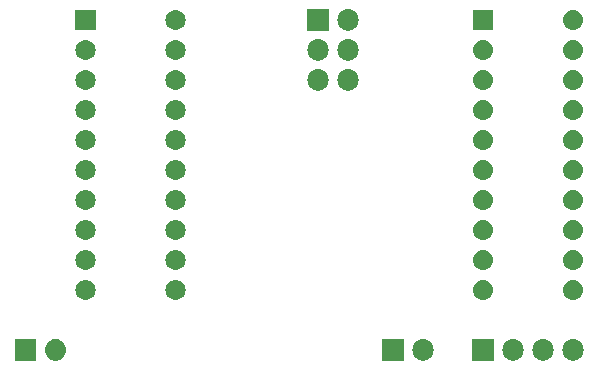
<source format=gbs>
G04 #@! TF.GenerationSoftware,KiCad,Pcbnew,5.1.4*
G04 #@! TF.CreationDate,2019-11-10T20:11:31+01:00*
G04 #@! TF.ProjectId,AsyncDRAM,4173796e-6344-4524-914d-2e6b69636164,rev?*
G04 #@! TF.SameCoordinates,Original*
G04 #@! TF.FileFunction,Soldermask,Bot*
G04 #@! TF.FilePolarity,Negative*
%FSLAX46Y46*%
G04 Gerber Fmt 4.6, Leading zero omitted, Abs format (unit mm)*
G04 Created by KiCad (PCBNEW 5.1.4) date 2019-11-10 20:11:31*
%MOMM*%
%LPD*%
G04 APERTURE LIST*
%ADD10C,0.100000*%
G04 APERTURE END LIST*
D10*
G36*
X49796000Y-193941000D02*
G01*
X47994000Y-193941000D01*
X47994000Y-192139000D01*
X49796000Y-192139000D01*
X49796000Y-193941000D01*
X49796000Y-193941000D01*
G37*
G36*
X51545443Y-192145519D02*
G01*
X51611627Y-192152037D01*
X51781466Y-192203557D01*
X51937991Y-192287222D01*
X51973729Y-192316552D01*
X52075186Y-192399814D01*
X52158448Y-192501271D01*
X52187778Y-192537009D01*
X52271443Y-192693534D01*
X52322963Y-192863373D01*
X52340359Y-193040000D01*
X52322963Y-193216627D01*
X52271443Y-193386466D01*
X52187778Y-193542991D01*
X52158448Y-193578729D01*
X52075186Y-193680186D01*
X51973729Y-193763448D01*
X51937991Y-193792778D01*
X51781466Y-193876443D01*
X51611627Y-193927963D01*
X51545443Y-193934481D01*
X51479260Y-193941000D01*
X51390740Y-193941000D01*
X51324557Y-193934481D01*
X51258373Y-193927963D01*
X51088534Y-193876443D01*
X50932009Y-193792778D01*
X50896271Y-193763448D01*
X50794814Y-193680186D01*
X50711552Y-193578729D01*
X50682222Y-193542991D01*
X50598557Y-193386466D01*
X50547037Y-193216627D01*
X50529641Y-193040000D01*
X50547037Y-192863373D01*
X50598557Y-192693534D01*
X50682222Y-192537009D01*
X50711552Y-192501271D01*
X50794814Y-192399814D01*
X50896271Y-192316552D01*
X50932009Y-192287222D01*
X51088534Y-192203557D01*
X51258373Y-192152037D01*
X51324557Y-192145519D01*
X51390740Y-192139000D01*
X51479260Y-192139000D01*
X51545443Y-192145519D01*
X51545443Y-192145519D01*
G37*
G36*
X57416000Y-193941000D02*
G01*
X55614000Y-193941000D01*
X55614000Y-192139000D01*
X57416000Y-192139000D01*
X57416000Y-193941000D01*
X57416000Y-193941000D01*
G37*
G36*
X59165443Y-192145519D02*
G01*
X59231627Y-192152037D01*
X59401466Y-192203557D01*
X59557991Y-192287222D01*
X59593729Y-192316552D01*
X59695186Y-192399814D01*
X59778448Y-192501271D01*
X59807778Y-192537009D01*
X59891443Y-192693534D01*
X59942963Y-192863373D01*
X59960359Y-193040000D01*
X59942963Y-193216627D01*
X59891443Y-193386466D01*
X59807778Y-193542991D01*
X59778448Y-193578729D01*
X59695186Y-193680186D01*
X59593729Y-193763448D01*
X59557991Y-193792778D01*
X59401466Y-193876443D01*
X59231627Y-193927963D01*
X59165443Y-193934481D01*
X59099260Y-193941000D01*
X59010740Y-193941000D01*
X58944557Y-193934481D01*
X58878373Y-193927963D01*
X58708534Y-193876443D01*
X58552009Y-193792778D01*
X58516271Y-193763448D01*
X58414814Y-193680186D01*
X58331552Y-193578729D01*
X58302222Y-193542991D01*
X58218557Y-193386466D01*
X58167037Y-193216627D01*
X58149641Y-193040000D01*
X58167037Y-192863373D01*
X58218557Y-192693534D01*
X58302222Y-192537009D01*
X58331552Y-192501271D01*
X58414814Y-192399814D01*
X58516271Y-192316552D01*
X58552009Y-192287222D01*
X58708534Y-192203557D01*
X58878373Y-192152037D01*
X58944557Y-192145519D01*
X59010740Y-192139000D01*
X59099260Y-192139000D01*
X59165443Y-192145519D01*
X59165443Y-192145519D01*
G37*
G36*
X64245443Y-192145519D02*
G01*
X64311627Y-192152037D01*
X64481466Y-192203557D01*
X64637991Y-192287222D01*
X64673729Y-192316552D01*
X64775186Y-192399814D01*
X64858448Y-192501271D01*
X64887778Y-192537009D01*
X64971443Y-192693534D01*
X65022963Y-192863373D01*
X65040359Y-193040000D01*
X65022963Y-193216627D01*
X64971443Y-193386466D01*
X64887778Y-193542991D01*
X64858448Y-193578729D01*
X64775186Y-193680186D01*
X64673729Y-193763448D01*
X64637991Y-193792778D01*
X64481466Y-193876443D01*
X64311627Y-193927963D01*
X64245443Y-193934481D01*
X64179260Y-193941000D01*
X64090740Y-193941000D01*
X64024557Y-193934481D01*
X63958373Y-193927963D01*
X63788534Y-193876443D01*
X63632009Y-193792778D01*
X63596271Y-193763448D01*
X63494814Y-193680186D01*
X63411552Y-193578729D01*
X63382222Y-193542991D01*
X63298557Y-193386466D01*
X63247037Y-193216627D01*
X63229641Y-193040000D01*
X63247037Y-192863373D01*
X63298557Y-192693534D01*
X63382222Y-192537009D01*
X63411552Y-192501271D01*
X63494814Y-192399814D01*
X63596271Y-192316552D01*
X63632009Y-192287222D01*
X63788534Y-192203557D01*
X63958373Y-192152037D01*
X64024557Y-192145519D01*
X64090740Y-192139000D01*
X64179260Y-192139000D01*
X64245443Y-192145519D01*
X64245443Y-192145519D01*
G37*
G36*
X18681000Y-193941000D02*
G01*
X16879000Y-193941000D01*
X16879000Y-192139000D01*
X18681000Y-192139000D01*
X18681000Y-193941000D01*
X18681000Y-193941000D01*
G37*
G36*
X20430443Y-192145519D02*
G01*
X20496627Y-192152037D01*
X20666466Y-192203557D01*
X20822991Y-192287222D01*
X20858729Y-192316552D01*
X20960186Y-192399814D01*
X21043448Y-192501271D01*
X21072778Y-192537009D01*
X21156443Y-192693534D01*
X21207963Y-192863373D01*
X21225359Y-193040000D01*
X21207963Y-193216627D01*
X21156443Y-193386466D01*
X21072778Y-193542991D01*
X21043448Y-193578729D01*
X20960186Y-193680186D01*
X20858729Y-193763448D01*
X20822991Y-193792778D01*
X20666466Y-193876443D01*
X20496627Y-193927963D01*
X20430443Y-193934481D01*
X20364260Y-193941000D01*
X20275740Y-193941000D01*
X20209557Y-193934481D01*
X20143373Y-193927963D01*
X19973534Y-193876443D01*
X19817009Y-193792778D01*
X19781271Y-193763448D01*
X19679814Y-193680186D01*
X19596552Y-193578729D01*
X19567222Y-193542991D01*
X19483557Y-193386466D01*
X19432037Y-193216627D01*
X19414641Y-193040000D01*
X19432037Y-192863373D01*
X19483557Y-192693534D01*
X19567222Y-192537009D01*
X19596552Y-192501271D01*
X19679814Y-192399814D01*
X19781271Y-192316552D01*
X19817009Y-192287222D01*
X19973534Y-192203557D01*
X20143373Y-192152037D01*
X20209557Y-192145519D01*
X20275740Y-192139000D01*
X20364260Y-192139000D01*
X20430443Y-192145519D01*
X20430443Y-192145519D01*
G37*
G36*
X61705443Y-192145519D02*
G01*
X61771627Y-192152037D01*
X61941466Y-192203557D01*
X62097991Y-192287222D01*
X62133729Y-192316552D01*
X62235186Y-192399814D01*
X62318448Y-192501271D01*
X62347778Y-192537009D01*
X62431443Y-192693534D01*
X62482963Y-192863373D01*
X62500359Y-193040000D01*
X62482963Y-193216627D01*
X62431443Y-193386466D01*
X62347778Y-193542991D01*
X62318448Y-193578729D01*
X62235186Y-193680186D01*
X62133729Y-193763448D01*
X62097991Y-193792778D01*
X61941466Y-193876443D01*
X61771627Y-193927963D01*
X61705443Y-193934481D01*
X61639260Y-193941000D01*
X61550740Y-193941000D01*
X61484557Y-193934481D01*
X61418373Y-193927963D01*
X61248534Y-193876443D01*
X61092009Y-193792778D01*
X61056271Y-193763448D01*
X60954814Y-193680186D01*
X60871552Y-193578729D01*
X60842222Y-193542991D01*
X60758557Y-193386466D01*
X60707037Y-193216627D01*
X60689641Y-193040000D01*
X60707037Y-192863373D01*
X60758557Y-192693534D01*
X60842222Y-192537009D01*
X60871552Y-192501271D01*
X60954814Y-192399814D01*
X61056271Y-192316552D01*
X61092009Y-192287222D01*
X61248534Y-192203557D01*
X61418373Y-192152037D01*
X61484557Y-192145519D01*
X61550740Y-192139000D01*
X61639260Y-192139000D01*
X61705443Y-192145519D01*
X61705443Y-192145519D01*
G37*
G36*
X23026823Y-187121313D02*
G01*
X23187242Y-187169976D01*
X23319906Y-187240886D01*
X23335078Y-187248996D01*
X23464659Y-187355341D01*
X23571004Y-187484922D01*
X23571005Y-187484924D01*
X23650024Y-187632758D01*
X23698687Y-187793177D01*
X23715117Y-187960000D01*
X23698687Y-188126823D01*
X23650024Y-188287242D01*
X23579114Y-188419906D01*
X23571004Y-188435078D01*
X23464659Y-188564659D01*
X23335078Y-188671004D01*
X23335076Y-188671005D01*
X23187242Y-188750024D01*
X23026823Y-188798687D01*
X22901804Y-188811000D01*
X22818196Y-188811000D01*
X22693177Y-188798687D01*
X22532758Y-188750024D01*
X22384924Y-188671005D01*
X22384922Y-188671004D01*
X22255341Y-188564659D01*
X22148996Y-188435078D01*
X22140886Y-188419906D01*
X22069976Y-188287242D01*
X22021313Y-188126823D01*
X22004883Y-187960000D01*
X22021313Y-187793177D01*
X22069976Y-187632758D01*
X22148995Y-187484924D01*
X22148996Y-187484922D01*
X22255341Y-187355341D01*
X22384922Y-187248996D01*
X22400094Y-187240886D01*
X22532758Y-187169976D01*
X22693177Y-187121313D01*
X22818196Y-187109000D01*
X22901804Y-187109000D01*
X23026823Y-187121313D01*
X23026823Y-187121313D01*
G37*
G36*
X56681823Y-187121313D02*
G01*
X56842242Y-187169976D01*
X56974906Y-187240886D01*
X56990078Y-187248996D01*
X57119659Y-187355341D01*
X57226004Y-187484922D01*
X57226005Y-187484924D01*
X57305024Y-187632758D01*
X57353687Y-187793177D01*
X57370117Y-187960000D01*
X57353687Y-188126823D01*
X57305024Y-188287242D01*
X57234114Y-188419906D01*
X57226004Y-188435078D01*
X57119659Y-188564659D01*
X56990078Y-188671004D01*
X56990076Y-188671005D01*
X56842242Y-188750024D01*
X56681823Y-188798687D01*
X56556804Y-188811000D01*
X56473196Y-188811000D01*
X56348177Y-188798687D01*
X56187758Y-188750024D01*
X56039924Y-188671005D01*
X56039922Y-188671004D01*
X55910341Y-188564659D01*
X55803996Y-188435078D01*
X55795886Y-188419906D01*
X55724976Y-188287242D01*
X55676313Y-188126823D01*
X55659883Y-187960000D01*
X55676313Y-187793177D01*
X55724976Y-187632758D01*
X55803995Y-187484924D01*
X55803996Y-187484922D01*
X55910341Y-187355341D01*
X56039922Y-187248996D01*
X56055094Y-187240886D01*
X56187758Y-187169976D01*
X56348177Y-187121313D01*
X56473196Y-187109000D01*
X56556804Y-187109000D01*
X56681823Y-187121313D01*
X56681823Y-187121313D01*
G37*
G36*
X64301823Y-187121313D02*
G01*
X64462242Y-187169976D01*
X64594906Y-187240886D01*
X64610078Y-187248996D01*
X64739659Y-187355341D01*
X64846004Y-187484922D01*
X64846005Y-187484924D01*
X64925024Y-187632758D01*
X64973687Y-187793177D01*
X64990117Y-187960000D01*
X64973687Y-188126823D01*
X64925024Y-188287242D01*
X64854114Y-188419906D01*
X64846004Y-188435078D01*
X64739659Y-188564659D01*
X64610078Y-188671004D01*
X64610076Y-188671005D01*
X64462242Y-188750024D01*
X64301823Y-188798687D01*
X64176804Y-188811000D01*
X64093196Y-188811000D01*
X63968177Y-188798687D01*
X63807758Y-188750024D01*
X63659924Y-188671005D01*
X63659922Y-188671004D01*
X63530341Y-188564659D01*
X63423996Y-188435078D01*
X63415886Y-188419906D01*
X63344976Y-188287242D01*
X63296313Y-188126823D01*
X63279883Y-187960000D01*
X63296313Y-187793177D01*
X63344976Y-187632758D01*
X63423995Y-187484924D01*
X63423996Y-187484922D01*
X63530341Y-187355341D01*
X63659922Y-187248996D01*
X63675094Y-187240886D01*
X63807758Y-187169976D01*
X63968177Y-187121313D01*
X64093196Y-187109000D01*
X64176804Y-187109000D01*
X64301823Y-187121313D01*
X64301823Y-187121313D01*
G37*
G36*
X30646823Y-187121313D02*
G01*
X30807242Y-187169976D01*
X30939906Y-187240886D01*
X30955078Y-187248996D01*
X31084659Y-187355341D01*
X31191004Y-187484922D01*
X31191005Y-187484924D01*
X31270024Y-187632758D01*
X31318687Y-187793177D01*
X31335117Y-187960000D01*
X31318687Y-188126823D01*
X31270024Y-188287242D01*
X31199114Y-188419906D01*
X31191004Y-188435078D01*
X31084659Y-188564659D01*
X30955078Y-188671004D01*
X30955076Y-188671005D01*
X30807242Y-188750024D01*
X30646823Y-188798687D01*
X30521804Y-188811000D01*
X30438196Y-188811000D01*
X30313177Y-188798687D01*
X30152758Y-188750024D01*
X30004924Y-188671005D01*
X30004922Y-188671004D01*
X29875341Y-188564659D01*
X29768996Y-188435078D01*
X29760886Y-188419906D01*
X29689976Y-188287242D01*
X29641313Y-188126823D01*
X29624883Y-187960000D01*
X29641313Y-187793177D01*
X29689976Y-187632758D01*
X29768995Y-187484924D01*
X29768996Y-187484922D01*
X29875341Y-187355341D01*
X30004922Y-187248996D01*
X30020094Y-187240886D01*
X30152758Y-187169976D01*
X30313177Y-187121313D01*
X30438196Y-187109000D01*
X30521804Y-187109000D01*
X30646823Y-187121313D01*
X30646823Y-187121313D01*
G37*
G36*
X23026823Y-184581313D02*
G01*
X23187242Y-184629976D01*
X23319906Y-184700886D01*
X23335078Y-184708996D01*
X23464659Y-184815341D01*
X23571004Y-184944922D01*
X23571005Y-184944924D01*
X23650024Y-185092758D01*
X23698687Y-185253177D01*
X23715117Y-185420000D01*
X23698687Y-185586823D01*
X23650024Y-185747242D01*
X23579114Y-185879906D01*
X23571004Y-185895078D01*
X23464659Y-186024659D01*
X23335078Y-186131004D01*
X23335076Y-186131005D01*
X23187242Y-186210024D01*
X23026823Y-186258687D01*
X22901804Y-186271000D01*
X22818196Y-186271000D01*
X22693177Y-186258687D01*
X22532758Y-186210024D01*
X22384924Y-186131005D01*
X22384922Y-186131004D01*
X22255341Y-186024659D01*
X22148996Y-185895078D01*
X22140886Y-185879906D01*
X22069976Y-185747242D01*
X22021313Y-185586823D01*
X22004883Y-185420000D01*
X22021313Y-185253177D01*
X22069976Y-185092758D01*
X22148995Y-184944924D01*
X22148996Y-184944922D01*
X22255341Y-184815341D01*
X22384922Y-184708996D01*
X22400094Y-184700886D01*
X22532758Y-184629976D01*
X22693177Y-184581313D01*
X22818196Y-184569000D01*
X22901804Y-184569000D01*
X23026823Y-184581313D01*
X23026823Y-184581313D01*
G37*
G36*
X56681823Y-184581313D02*
G01*
X56842242Y-184629976D01*
X56974906Y-184700886D01*
X56990078Y-184708996D01*
X57119659Y-184815341D01*
X57226004Y-184944922D01*
X57226005Y-184944924D01*
X57305024Y-185092758D01*
X57353687Y-185253177D01*
X57370117Y-185420000D01*
X57353687Y-185586823D01*
X57305024Y-185747242D01*
X57234114Y-185879906D01*
X57226004Y-185895078D01*
X57119659Y-186024659D01*
X56990078Y-186131004D01*
X56990076Y-186131005D01*
X56842242Y-186210024D01*
X56681823Y-186258687D01*
X56556804Y-186271000D01*
X56473196Y-186271000D01*
X56348177Y-186258687D01*
X56187758Y-186210024D01*
X56039924Y-186131005D01*
X56039922Y-186131004D01*
X55910341Y-186024659D01*
X55803996Y-185895078D01*
X55795886Y-185879906D01*
X55724976Y-185747242D01*
X55676313Y-185586823D01*
X55659883Y-185420000D01*
X55676313Y-185253177D01*
X55724976Y-185092758D01*
X55803995Y-184944924D01*
X55803996Y-184944922D01*
X55910341Y-184815341D01*
X56039922Y-184708996D01*
X56055094Y-184700886D01*
X56187758Y-184629976D01*
X56348177Y-184581313D01*
X56473196Y-184569000D01*
X56556804Y-184569000D01*
X56681823Y-184581313D01*
X56681823Y-184581313D01*
G37*
G36*
X30646823Y-184581313D02*
G01*
X30807242Y-184629976D01*
X30939906Y-184700886D01*
X30955078Y-184708996D01*
X31084659Y-184815341D01*
X31191004Y-184944922D01*
X31191005Y-184944924D01*
X31270024Y-185092758D01*
X31318687Y-185253177D01*
X31335117Y-185420000D01*
X31318687Y-185586823D01*
X31270024Y-185747242D01*
X31199114Y-185879906D01*
X31191004Y-185895078D01*
X31084659Y-186024659D01*
X30955078Y-186131004D01*
X30955076Y-186131005D01*
X30807242Y-186210024D01*
X30646823Y-186258687D01*
X30521804Y-186271000D01*
X30438196Y-186271000D01*
X30313177Y-186258687D01*
X30152758Y-186210024D01*
X30004924Y-186131005D01*
X30004922Y-186131004D01*
X29875341Y-186024659D01*
X29768996Y-185895078D01*
X29760886Y-185879906D01*
X29689976Y-185747242D01*
X29641313Y-185586823D01*
X29624883Y-185420000D01*
X29641313Y-185253177D01*
X29689976Y-185092758D01*
X29768995Y-184944924D01*
X29768996Y-184944922D01*
X29875341Y-184815341D01*
X30004922Y-184708996D01*
X30020094Y-184700886D01*
X30152758Y-184629976D01*
X30313177Y-184581313D01*
X30438196Y-184569000D01*
X30521804Y-184569000D01*
X30646823Y-184581313D01*
X30646823Y-184581313D01*
G37*
G36*
X64301823Y-184581313D02*
G01*
X64462242Y-184629976D01*
X64594906Y-184700886D01*
X64610078Y-184708996D01*
X64739659Y-184815341D01*
X64846004Y-184944922D01*
X64846005Y-184944924D01*
X64925024Y-185092758D01*
X64973687Y-185253177D01*
X64990117Y-185420000D01*
X64973687Y-185586823D01*
X64925024Y-185747242D01*
X64854114Y-185879906D01*
X64846004Y-185895078D01*
X64739659Y-186024659D01*
X64610078Y-186131004D01*
X64610076Y-186131005D01*
X64462242Y-186210024D01*
X64301823Y-186258687D01*
X64176804Y-186271000D01*
X64093196Y-186271000D01*
X63968177Y-186258687D01*
X63807758Y-186210024D01*
X63659924Y-186131005D01*
X63659922Y-186131004D01*
X63530341Y-186024659D01*
X63423996Y-185895078D01*
X63415886Y-185879906D01*
X63344976Y-185747242D01*
X63296313Y-185586823D01*
X63279883Y-185420000D01*
X63296313Y-185253177D01*
X63344976Y-185092758D01*
X63423995Y-184944924D01*
X63423996Y-184944922D01*
X63530341Y-184815341D01*
X63659922Y-184708996D01*
X63675094Y-184700886D01*
X63807758Y-184629976D01*
X63968177Y-184581313D01*
X64093196Y-184569000D01*
X64176804Y-184569000D01*
X64301823Y-184581313D01*
X64301823Y-184581313D01*
G37*
G36*
X30646823Y-182041313D02*
G01*
X30807242Y-182089976D01*
X30939906Y-182160886D01*
X30955078Y-182168996D01*
X31084659Y-182275341D01*
X31191004Y-182404922D01*
X31191005Y-182404924D01*
X31270024Y-182552758D01*
X31318687Y-182713177D01*
X31335117Y-182880000D01*
X31318687Y-183046823D01*
X31270024Y-183207242D01*
X31199114Y-183339906D01*
X31191004Y-183355078D01*
X31084659Y-183484659D01*
X30955078Y-183591004D01*
X30955076Y-183591005D01*
X30807242Y-183670024D01*
X30646823Y-183718687D01*
X30521804Y-183731000D01*
X30438196Y-183731000D01*
X30313177Y-183718687D01*
X30152758Y-183670024D01*
X30004924Y-183591005D01*
X30004922Y-183591004D01*
X29875341Y-183484659D01*
X29768996Y-183355078D01*
X29760886Y-183339906D01*
X29689976Y-183207242D01*
X29641313Y-183046823D01*
X29624883Y-182880000D01*
X29641313Y-182713177D01*
X29689976Y-182552758D01*
X29768995Y-182404924D01*
X29768996Y-182404922D01*
X29875341Y-182275341D01*
X30004922Y-182168996D01*
X30020094Y-182160886D01*
X30152758Y-182089976D01*
X30313177Y-182041313D01*
X30438196Y-182029000D01*
X30521804Y-182029000D01*
X30646823Y-182041313D01*
X30646823Y-182041313D01*
G37*
G36*
X23026823Y-182041313D02*
G01*
X23187242Y-182089976D01*
X23319906Y-182160886D01*
X23335078Y-182168996D01*
X23464659Y-182275341D01*
X23571004Y-182404922D01*
X23571005Y-182404924D01*
X23650024Y-182552758D01*
X23698687Y-182713177D01*
X23715117Y-182880000D01*
X23698687Y-183046823D01*
X23650024Y-183207242D01*
X23579114Y-183339906D01*
X23571004Y-183355078D01*
X23464659Y-183484659D01*
X23335078Y-183591004D01*
X23335076Y-183591005D01*
X23187242Y-183670024D01*
X23026823Y-183718687D01*
X22901804Y-183731000D01*
X22818196Y-183731000D01*
X22693177Y-183718687D01*
X22532758Y-183670024D01*
X22384924Y-183591005D01*
X22384922Y-183591004D01*
X22255341Y-183484659D01*
X22148996Y-183355078D01*
X22140886Y-183339906D01*
X22069976Y-183207242D01*
X22021313Y-183046823D01*
X22004883Y-182880000D01*
X22021313Y-182713177D01*
X22069976Y-182552758D01*
X22148995Y-182404924D01*
X22148996Y-182404922D01*
X22255341Y-182275341D01*
X22384922Y-182168996D01*
X22400094Y-182160886D01*
X22532758Y-182089976D01*
X22693177Y-182041313D01*
X22818196Y-182029000D01*
X22901804Y-182029000D01*
X23026823Y-182041313D01*
X23026823Y-182041313D01*
G37*
G36*
X64301823Y-182041313D02*
G01*
X64462242Y-182089976D01*
X64594906Y-182160886D01*
X64610078Y-182168996D01*
X64739659Y-182275341D01*
X64846004Y-182404922D01*
X64846005Y-182404924D01*
X64925024Y-182552758D01*
X64973687Y-182713177D01*
X64990117Y-182880000D01*
X64973687Y-183046823D01*
X64925024Y-183207242D01*
X64854114Y-183339906D01*
X64846004Y-183355078D01*
X64739659Y-183484659D01*
X64610078Y-183591004D01*
X64610076Y-183591005D01*
X64462242Y-183670024D01*
X64301823Y-183718687D01*
X64176804Y-183731000D01*
X64093196Y-183731000D01*
X63968177Y-183718687D01*
X63807758Y-183670024D01*
X63659924Y-183591005D01*
X63659922Y-183591004D01*
X63530341Y-183484659D01*
X63423996Y-183355078D01*
X63415886Y-183339906D01*
X63344976Y-183207242D01*
X63296313Y-183046823D01*
X63279883Y-182880000D01*
X63296313Y-182713177D01*
X63344976Y-182552758D01*
X63423995Y-182404924D01*
X63423996Y-182404922D01*
X63530341Y-182275341D01*
X63659922Y-182168996D01*
X63675094Y-182160886D01*
X63807758Y-182089976D01*
X63968177Y-182041313D01*
X64093196Y-182029000D01*
X64176804Y-182029000D01*
X64301823Y-182041313D01*
X64301823Y-182041313D01*
G37*
G36*
X56681823Y-182041313D02*
G01*
X56842242Y-182089976D01*
X56974906Y-182160886D01*
X56990078Y-182168996D01*
X57119659Y-182275341D01*
X57226004Y-182404922D01*
X57226005Y-182404924D01*
X57305024Y-182552758D01*
X57353687Y-182713177D01*
X57370117Y-182880000D01*
X57353687Y-183046823D01*
X57305024Y-183207242D01*
X57234114Y-183339906D01*
X57226004Y-183355078D01*
X57119659Y-183484659D01*
X56990078Y-183591004D01*
X56990076Y-183591005D01*
X56842242Y-183670024D01*
X56681823Y-183718687D01*
X56556804Y-183731000D01*
X56473196Y-183731000D01*
X56348177Y-183718687D01*
X56187758Y-183670024D01*
X56039924Y-183591005D01*
X56039922Y-183591004D01*
X55910341Y-183484659D01*
X55803996Y-183355078D01*
X55795886Y-183339906D01*
X55724976Y-183207242D01*
X55676313Y-183046823D01*
X55659883Y-182880000D01*
X55676313Y-182713177D01*
X55724976Y-182552758D01*
X55803995Y-182404924D01*
X55803996Y-182404922D01*
X55910341Y-182275341D01*
X56039922Y-182168996D01*
X56055094Y-182160886D01*
X56187758Y-182089976D01*
X56348177Y-182041313D01*
X56473196Y-182029000D01*
X56556804Y-182029000D01*
X56681823Y-182041313D01*
X56681823Y-182041313D01*
G37*
G36*
X56681823Y-179501313D02*
G01*
X56842242Y-179549976D01*
X56974906Y-179620886D01*
X56990078Y-179628996D01*
X57119659Y-179735341D01*
X57226004Y-179864922D01*
X57226005Y-179864924D01*
X57305024Y-180012758D01*
X57353687Y-180173177D01*
X57370117Y-180340000D01*
X57353687Y-180506823D01*
X57305024Y-180667242D01*
X57234114Y-180799906D01*
X57226004Y-180815078D01*
X57119659Y-180944659D01*
X56990078Y-181051004D01*
X56990076Y-181051005D01*
X56842242Y-181130024D01*
X56681823Y-181178687D01*
X56556804Y-181191000D01*
X56473196Y-181191000D01*
X56348177Y-181178687D01*
X56187758Y-181130024D01*
X56039924Y-181051005D01*
X56039922Y-181051004D01*
X55910341Y-180944659D01*
X55803996Y-180815078D01*
X55795886Y-180799906D01*
X55724976Y-180667242D01*
X55676313Y-180506823D01*
X55659883Y-180340000D01*
X55676313Y-180173177D01*
X55724976Y-180012758D01*
X55803995Y-179864924D01*
X55803996Y-179864922D01*
X55910341Y-179735341D01*
X56039922Y-179628996D01*
X56055094Y-179620886D01*
X56187758Y-179549976D01*
X56348177Y-179501313D01*
X56473196Y-179489000D01*
X56556804Y-179489000D01*
X56681823Y-179501313D01*
X56681823Y-179501313D01*
G37*
G36*
X30646823Y-179501313D02*
G01*
X30807242Y-179549976D01*
X30939906Y-179620886D01*
X30955078Y-179628996D01*
X31084659Y-179735341D01*
X31191004Y-179864922D01*
X31191005Y-179864924D01*
X31270024Y-180012758D01*
X31318687Y-180173177D01*
X31335117Y-180340000D01*
X31318687Y-180506823D01*
X31270024Y-180667242D01*
X31199114Y-180799906D01*
X31191004Y-180815078D01*
X31084659Y-180944659D01*
X30955078Y-181051004D01*
X30955076Y-181051005D01*
X30807242Y-181130024D01*
X30646823Y-181178687D01*
X30521804Y-181191000D01*
X30438196Y-181191000D01*
X30313177Y-181178687D01*
X30152758Y-181130024D01*
X30004924Y-181051005D01*
X30004922Y-181051004D01*
X29875341Y-180944659D01*
X29768996Y-180815078D01*
X29760886Y-180799906D01*
X29689976Y-180667242D01*
X29641313Y-180506823D01*
X29624883Y-180340000D01*
X29641313Y-180173177D01*
X29689976Y-180012758D01*
X29768995Y-179864924D01*
X29768996Y-179864922D01*
X29875341Y-179735341D01*
X30004922Y-179628996D01*
X30020094Y-179620886D01*
X30152758Y-179549976D01*
X30313177Y-179501313D01*
X30438196Y-179489000D01*
X30521804Y-179489000D01*
X30646823Y-179501313D01*
X30646823Y-179501313D01*
G37*
G36*
X23026823Y-179501313D02*
G01*
X23187242Y-179549976D01*
X23319906Y-179620886D01*
X23335078Y-179628996D01*
X23464659Y-179735341D01*
X23571004Y-179864922D01*
X23571005Y-179864924D01*
X23650024Y-180012758D01*
X23698687Y-180173177D01*
X23715117Y-180340000D01*
X23698687Y-180506823D01*
X23650024Y-180667242D01*
X23579114Y-180799906D01*
X23571004Y-180815078D01*
X23464659Y-180944659D01*
X23335078Y-181051004D01*
X23335076Y-181051005D01*
X23187242Y-181130024D01*
X23026823Y-181178687D01*
X22901804Y-181191000D01*
X22818196Y-181191000D01*
X22693177Y-181178687D01*
X22532758Y-181130024D01*
X22384924Y-181051005D01*
X22384922Y-181051004D01*
X22255341Y-180944659D01*
X22148996Y-180815078D01*
X22140886Y-180799906D01*
X22069976Y-180667242D01*
X22021313Y-180506823D01*
X22004883Y-180340000D01*
X22021313Y-180173177D01*
X22069976Y-180012758D01*
X22148995Y-179864924D01*
X22148996Y-179864922D01*
X22255341Y-179735341D01*
X22384922Y-179628996D01*
X22400094Y-179620886D01*
X22532758Y-179549976D01*
X22693177Y-179501313D01*
X22818196Y-179489000D01*
X22901804Y-179489000D01*
X23026823Y-179501313D01*
X23026823Y-179501313D01*
G37*
G36*
X64301823Y-179501313D02*
G01*
X64462242Y-179549976D01*
X64594906Y-179620886D01*
X64610078Y-179628996D01*
X64739659Y-179735341D01*
X64846004Y-179864922D01*
X64846005Y-179864924D01*
X64925024Y-180012758D01*
X64973687Y-180173177D01*
X64990117Y-180340000D01*
X64973687Y-180506823D01*
X64925024Y-180667242D01*
X64854114Y-180799906D01*
X64846004Y-180815078D01*
X64739659Y-180944659D01*
X64610078Y-181051004D01*
X64610076Y-181051005D01*
X64462242Y-181130024D01*
X64301823Y-181178687D01*
X64176804Y-181191000D01*
X64093196Y-181191000D01*
X63968177Y-181178687D01*
X63807758Y-181130024D01*
X63659924Y-181051005D01*
X63659922Y-181051004D01*
X63530341Y-180944659D01*
X63423996Y-180815078D01*
X63415886Y-180799906D01*
X63344976Y-180667242D01*
X63296313Y-180506823D01*
X63279883Y-180340000D01*
X63296313Y-180173177D01*
X63344976Y-180012758D01*
X63423995Y-179864924D01*
X63423996Y-179864922D01*
X63530341Y-179735341D01*
X63659922Y-179628996D01*
X63675094Y-179620886D01*
X63807758Y-179549976D01*
X63968177Y-179501313D01*
X64093196Y-179489000D01*
X64176804Y-179489000D01*
X64301823Y-179501313D01*
X64301823Y-179501313D01*
G37*
G36*
X23026823Y-176961313D02*
G01*
X23187242Y-177009976D01*
X23319906Y-177080886D01*
X23335078Y-177088996D01*
X23464659Y-177195341D01*
X23571004Y-177324922D01*
X23571005Y-177324924D01*
X23650024Y-177472758D01*
X23698687Y-177633177D01*
X23715117Y-177800000D01*
X23698687Y-177966823D01*
X23650024Y-178127242D01*
X23579114Y-178259906D01*
X23571004Y-178275078D01*
X23464659Y-178404659D01*
X23335078Y-178511004D01*
X23335076Y-178511005D01*
X23187242Y-178590024D01*
X23026823Y-178638687D01*
X22901804Y-178651000D01*
X22818196Y-178651000D01*
X22693177Y-178638687D01*
X22532758Y-178590024D01*
X22384924Y-178511005D01*
X22384922Y-178511004D01*
X22255341Y-178404659D01*
X22148996Y-178275078D01*
X22140886Y-178259906D01*
X22069976Y-178127242D01*
X22021313Y-177966823D01*
X22004883Y-177800000D01*
X22021313Y-177633177D01*
X22069976Y-177472758D01*
X22148995Y-177324924D01*
X22148996Y-177324922D01*
X22255341Y-177195341D01*
X22384922Y-177088996D01*
X22400094Y-177080886D01*
X22532758Y-177009976D01*
X22693177Y-176961313D01*
X22818196Y-176949000D01*
X22901804Y-176949000D01*
X23026823Y-176961313D01*
X23026823Y-176961313D01*
G37*
G36*
X30646823Y-176961313D02*
G01*
X30807242Y-177009976D01*
X30939906Y-177080886D01*
X30955078Y-177088996D01*
X31084659Y-177195341D01*
X31191004Y-177324922D01*
X31191005Y-177324924D01*
X31270024Y-177472758D01*
X31318687Y-177633177D01*
X31335117Y-177800000D01*
X31318687Y-177966823D01*
X31270024Y-178127242D01*
X31199114Y-178259906D01*
X31191004Y-178275078D01*
X31084659Y-178404659D01*
X30955078Y-178511004D01*
X30955076Y-178511005D01*
X30807242Y-178590024D01*
X30646823Y-178638687D01*
X30521804Y-178651000D01*
X30438196Y-178651000D01*
X30313177Y-178638687D01*
X30152758Y-178590024D01*
X30004924Y-178511005D01*
X30004922Y-178511004D01*
X29875341Y-178404659D01*
X29768996Y-178275078D01*
X29760886Y-178259906D01*
X29689976Y-178127242D01*
X29641313Y-177966823D01*
X29624883Y-177800000D01*
X29641313Y-177633177D01*
X29689976Y-177472758D01*
X29768995Y-177324924D01*
X29768996Y-177324922D01*
X29875341Y-177195341D01*
X30004922Y-177088996D01*
X30020094Y-177080886D01*
X30152758Y-177009976D01*
X30313177Y-176961313D01*
X30438196Y-176949000D01*
X30521804Y-176949000D01*
X30646823Y-176961313D01*
X30646823Y-176961313D01*
G37*
G36*
X64301823Y-176961313D02*
G01*
X64462242Y-177009976D01*
X64594906Y-177080886D01*
X64610078Y-177088996D01*
X64739659Y-177195341D01*
X64846004Y-177324922D01*
X64846005Y-177324924D01*
X64925024Y-177472758D01*
X64973687Y-177633177D01*
X64990117Y-177800000D01*
X64973687Y-177966823D01*
X64925024Y-178127242D01*
X64854114Y-178259906D01*
X64846004Y-178275078D01*
X64739659Y-178404659D01*
X64610078Y-178511004D01*
X64610076Y-178511005D01*
X64462242Y-178590024D01*
X64301823Y-178638687D01*
X64176804Y-178651000D01*
X64093196Y-178651000D01*
X63968177Y-178638687D01*
X63807758Y-178590024D01*
X63659924Y-178511005D01*
X63659922Y-178511004D01*
X63530341Y-178404659D01*
X63423996Y-178275078D01*
X63415886Y-178259906D01*
X63344976Y-178127242D01*
X63296313Y-177966823D01*
X63279883Y-177800000D01*
X63296313Y-177633177D01*
X63344976Y-177472758D01*
X63423995Y-177324924D01*
X63423996Y-177324922D01*
X63530341Y-177195341D01*
X63659922Y-177088996D01*
X63675094Y-177080886D01*
X63807758Y-177009976D01*
X63968177Y-176961313D01*
X64093196Y-176949000D01*
X64176804Y-176949000D01*
X64301823Y-176961313D01*
X64301823Y-176961313D01*
G37*
G36*
X56681823Y-176961313D02*
G01*
X56842242Y-177009976D01*
X56974906Y-177080886D01*
X56990078Y-177088996D01*
X57119659Y-177195341D01*
X57226004Y-177324922D01*
X57226005Y-177324924D01*
X57305024Y-177472758D01*
X57353687Y-177633177D01*
X57370117Y-177800000D01*
X57353687Y-177966823D01*
X57305024Y-178127242D01*
X57234114Y-178259906D01*
X57226004Y-178275078D01*
X57119659Y-178404659D01*
X56990078Y-178511004D01*
X56990076Y-178511005D01*
X56842242Y-178590024D01*
X56681823Y-178638687D01*
X56556804Y-178651000D01*
X56473196Y-178651000D01*
X56348177Y-178638687D01*
X56187758Y-178590024D01*
X56039924Y-178511005D01*
X56039922Y-178511004D01*
X55910341Y-178404659D01*
X55803996Y-178275078D01*
X55795886Y-178259906D01*
X55724976Y-178127242D01*
X55676313Y-177966823D01*
X55659883Y-177800000D01*
X55676313Y-177633177D01*
X55724976Y-177472758D01*
X55803995Y-177324924D01*
X55803996Y-177324922D01*
X55910341Y-177195341D01*
X56039922Y-177088996D01*
X56055094Y-177080886D01*
X56187758Y-177009976D01*
X56348177Y-176961313D01*
X56473196Y-176949000D01*
X56556804Y-176949000D01*
X56681823Y-176961313D01*
X56681823Y-176961313D01*
G37*
G36*
X30646823Y-174421313D02*
G01*
X30807242Y-174469976D01*
X30939906Y-174540886D01*
X30955078Y-174548996D01*
X31084659Y-174655341D01*
X31191004Y-174784922D01*
X31191005Y-174784924D01*
X31270024Y-174932758D01*
X31318687Y-175093177D01*
X31335117Y-175260000D01*
X31318687Y-175426823D01*
X31270024Y-175587242D01*
X31199114Y-175719906D01*
X31191004Y-175735078D01*
X31084659Y-175864659D01*
X30955078Y-175971004D01*
X30955076Y-175971005D01*
X30807242Y-176050024D01*
X30646823Y-176098687D01*
X30521804Y-176111000D01*
X30438196Y-176111000D01*
X30313177Y-176098687D01*
X30152758Y-176050024D01*
X30004924Y-175971005D01*
X30004922Y-175971004D01*
X29875341Y-175864659D01*
X29768996Y-175735078D01*
X29760886Y-175719906D01*
X29689976Y-175587242D01*
X29641313Y-175426823D01*
X29624883Y-175260000D01*
X29641313Y-175093177D01*
X29689976Y-174932758D01*
X29768995Y-174784924D01*
X29768996Y-174784922D01*
X29875341Y-174655341D01*
X30004922Y-174548996D01*
X30020094Y-174540886D01*
X30152758Y-174469976D01*
X30313177Y-174421313D01*
X30438196Y-174409000D01*
X30521804Y-174409000D01*
X30646823Y-174421313D01*
X30646823Y-174421313D01*
G37*
G36*
X23026823Y-174421313D02*
G01*
X23187242Y-174469976D01*
X23319906Y-174540886D01*
X23335078Y-174548996D01*
X23464659Y-174655341D01*
X23571004Y-174784922D01*
X23571005Y-174784924D01*
X23650024Y-174932758D01*
X23698687Y-175093177D01*
X23715117Y-175260000D01*
X23698687Y-175426823D01*
X23650024Y-175587242D01*
X23579114Y-175719906D01*
X23571004Y-175735078D01*
X23464659Y-175864659D01*
X23335078Y-175971004D01*
X23335076Y-175971005D01*
X23187242Y-176050024D01*
X23026823Y-176098687D01*
X22901804Y-176111000D01*
X22818196Y-176111000D01*
X22693177Y-176098687D01*
X22532758Y-176050024D01*
X22384924Y-175971005D01*
X22384922Y-175971004D01*
X22255341Y-175864659D01*
X22148996Y-175735078D01*
X22140886Y-175719906D01*
X22069976Y-175587242D01*
X22021313Y-175426823D01*
X22004883Y-175260000D01*
X22021313Y-175093177D01*
X22069976Y-174932758D01*
X22148995Y-174784924D01*
X22148996Y-174784922D01*
X22255341Y-174655341D01*
X22384922Y-174548996D01*
X22400094Y-174540886D01*
X22532758Y-174469976D01*
X22693177Y-174421313D01*
X22818196Y-174409000D01*
X22901804Y-174409000D01*
X23026823Y-174421313D01*
X23026823Y-174421313D01*
G37*
G36*
X56681823Y-174421313D02*
G01*
X56842242Y-174469976D01*
X56974906Y-174540886D01*
X56990078Y-174548996D01*
X57119659Y-174655341D01*
X57226004Y-174784922D01*
X57226005Y-174784924D01*
X57305024Y-174932758D01*
X57353687Y-175093177D01*
X57370117Y-175260000D01*
X57353687Y-175426823D01*
X57305024Y-175587242D01*
X57234114Y-175719906D01*
X57226004Y-175735078D01*
X57119659Y-175864659D01*
X56990078Y-175971004D01*
X56990076Y-175971005D01*
X56842242Y-176050024D01*
X56681823Y-176098687D01*
X56556804Y-176111000D01*
X56473196Y-176111000D01*
X56348177Y-176098687D01*
X56187758Y-176050024D01*
X56039924Y-175971005D01*
X56039922Y-175971004D01*
X55910341Y-175864659D01*
X55803996Y-175735078D01*
X55795886Y-175719906D01*
X55724976Y-175587242D01*
X55676313Y-175426823D01*
X55659883Y-175260000D01*
X55676313Y-175093177D01*
X55724976Y-174932758D01*
X55803995Y-174784924D01*
X55803996Y-174784922D01*
X55910341Y-174655341D01*
X56039922Y-174548996D01*
X56055094Y-174540886D01*
X56187758Y-174469976D01*
X56348177Y-174421313D01*
X56473196Y-174409000D01*
X56556804Y-174409000D01*
X56681823Y-174421313D01*
X56681823Y-174421313D01*
G37*
G36*
X64301823Y-174421313D02*
G01*
X64462242Y-174469976D01*
X64594906Y-174540886D01*
X64610078Y-174548996D01*
X64739659Y-174655341D01*
X64846004Y-174784922D01*
X64846005Y-174784924D01*
X64925024Y-174932758D01*
X64973687Y-175093177D01*
X64990117Y-175260000D01*
X64973687Y-175426823D01*
X64925024Y-175587242D01*
X64854114Y-175719906D01*
X64846004Y-175735078D01*
X64739659Y-175864659D01*
X64610078Y-175971004D01*
X64610076Y-175971005D01*
X64462242Y-176050024D01*
X64301823Y-176098687D01*
X64176804Y-176111000D01*
X64093196Y-176111000D01*
X63968177Y-176098687D01*
X63807758Y-176050024D01*
X63659924Y-175971005D01*
X63659922Y-175971004D01*
X63530341Y-175864659D01*
X63423996Y-175735078D01*
X63415886Y-175719906D01*
X63344976Y-175587242D01*
X63296313Y-175426823D01*
X63279883Y-175260000D01*
X63296313Y-175093177D01*
X63344976Y-174932758D01*
X63423995Y-174784924D01*
X63423996Y-174784922D01*
X63530341Y-174655341D01*
X63659922Y-174548996D01*
X63675094Y-174540886D01*
X63807758Y-174469976D01*
X63968177Y-174421313D01*
X64093196Y-174409000D01*
X64176804Y-174409000D01*
X64301823Y-174421313D01*
X64301823Y-174421313D01*
G37*
G36*
X64301823Y-171881313D02*
G01*
X64462242Y-171929976D01*
X64594906Y-172000886D01*
X64610078Y-172008996D01*
X64739659Y-172115341D01*
X64846004Y-172244922D01*
X64846005Y-172244924D01*
X64925024Y-172392758D01*
X64973687Y-172553177D01*
X64990117Y-172720000D01*
X64973687Y-172886823D01*
X64925024Y-173047242D01*
X64854114Y-173179906D01*
X64846004Y-173195078D01*
X64739659Y-173324659D01*
X64610078Y-173431004D01*
X64610076Y-173431005D01*
X64462242Y-173510024D01*
X64301823Y-173558687D01*
X64176804Y-173571000D01*
X64093196Y-173571000D01*
X63968177Y-173558687D01*
X63807758Y-173510024D01*
X63659924Y-173431005D01*
X63659922Y-173431004D01*
X63530341Y-173324659D01*
X63423996Y-173195078D01*
X63415886Y-173179906D01*
X63344976Y-173047242D01*
X63296313Y-172886823D01*
X63279883Y-172720000D01*
X63296313Y-172553177D01*
X63344976Y-172392758D01*
X63423995Y-172244924D01*
X63423996Y-172244922D01*
X63530341Y-172115341D01*
X63659922Y-172008996D01*
X63675094Y-172000886D01*
X63807758Y-171929976D01*
X63968177Y-171881313D01*
X64093196Y-171869000D01*
X64176804Y-171869000D01*
X64301823Y-171881313D01*
X64301823Y-171881313D01*
G37*
G36*
X30646823Y-171881313D02*
G01*
X30807242Y-171929976D01*
X30939906Y-172000886D01*
X30955078Y-172008996D01*
X31084659Y-172115341D01*
X31191004Y-172244922D01*
X31191005Y-172244924D01*
X31270024Y-172392758D01*
X31318687Y-172553177D01*
X31335117Y-172720000D01*
X31318687Y-172886823D01*
X31270024Y-173047242D01*
X31199114Y-173179906D01*
X31191004Y-173195078D01*
X31084659Y-173324659D01*
X30955078Y-173431004D01*
X30955076Y-173431005D01*
X30807242Y-173510024D01*
X30646823Y-173558687D01*
X30521804Y-173571000D01*
X30438196Y-173571000D01*
X30313177Y-173558687D01*
X30152758Y-173510024D01*
X30004924Y-173431005D01*
X30004922Y-173431004D01*
X29875341Y-173324659D01*
X29768996Y-173195078D01*
X29760886Y-173179906D01*
X29689976Y-173047242D01*
X29641313Y-172886823D01*
X29624883Y-172720000D01*
X29641313Y-172553177D01*
X29689976Y-172392758D01*
X29768995Y-172244924D01*
X29768996Y-172244922D01*
X29875341Y-172115341D01*
X30004922Y-172008996D01*
X30020094Y-172000886D01*
X30152758Y-171929976D01*
X30313177Y-171881313D01*
X30438196Y-171869000D01*
X30521804Y-171869000D01*
X30646823Y-171881313D01*
X30646823Y-171881313D01*
G37*
G36*
X23026823Y-171881313D02*
G01*
X23187242Y-171929976D01*
X23319906Y-172000886D01*
X23335078Y-172008996D01*
X23464659Y-172115341D01*
X23571004Y-172244922D01*
X23571005Y-172244924D01*
X23650024Y-172392758D01*
X23698687Y-172553177D01*
X23715117Y-172720000D01*
X23698687Y-172886823D01*
X23650024Y-173047242D01*
X23579114Y-173179906D01*
X23571004Y-173195078D01*
X23464659Y-173324659D01*
X23335078Y-173431004D01*
X23335076Y-173431005D01*
X23187242Y-173510024D01*
X23026823Y-173558687D01*
X22901804Y-173571000D01*
X22818196Y-173571000D01*
X22693177Y-173558687D01*
X22532758Y-173510024D01*
X22384924Y-173431005D01*
X22384922Y-173431004D01*
X22255341Y-173324659D01*
X22148996Y-173195078D01*
X22140886Y-173179906D01*
X22069976Y-173047242D01*
X22021313Y-172886823D01*
X22004883Y-172720000D01*
X22021313Y-172553177D01*
X22069976Y-172392758D01*
X22148995Y-172244924D01*
X22148996Y-172244922D01*
X22255341Y-172115341D01*
X22384922Y-172008996D01*
X22400094Y-172000886D01*
X22532758Y-171929976D01*
X22693177Y-171881313D01*
X22818196Y-171869000D01*
X22901804Y-171869000D01*
X23026823Y-171881313D01*
X23026823Y-171881313D01*
G37*
G36*
X56681823Y-171881313D02*
G01*
X56842242Y-171929976D01*
X56974906Y-172000886D01*
X56990078Y-172008996D01*
X57119659Y-172115341D01*
X57226004Y-172244922D01*
X57226005Y-172244924D01*
X57305024Y-172392758D01*
X57353687Y-172553177D01*
X57370117Y-172720000D01*
X57353687Y-172886823D01*
X57305024Y-173047242D01*
X57234114Y-173179906D01*
X57226004Y-173195078D01*
X57119659Y-173324659D01*
X56990078Y-173431004D01*
X56990076Y-173431005D01*
X56842242Y-173510024D01*
X56681823Y-173558687D01*
X56556804Y-173571000D01*
X56473196Y-173571000D01*
X56348177Y-173558687D01*
X56187758Y-173510024D01*
X56039924Y-173431005D01*
X56039922Y-173431004D01*
X55910341Y-173324659D01*
X55803996Y-173195078D01*
X55795886Y-173179906D01*
X55724976Y-173047242D01*
X55676313Y-172886823D01*
X55659883Y-172720000D01*
X55676313Y-172553177D01*
X55724976Y-172392758D01*
X55803995Y-172244924D01*
X55803996Y-172244922D01*
X55910341Y-172115341D01*
X56039922Y-172008996D01*
X56055094Y-172000886D01*
X56187758Y-171929976D01*
X56348177Y-171881313D01*
X56473196Y-171869000D01*
X56556804Y-171869000D01*
X56681823Y-171881313D01*
X56681823Y-171881313D01*
G37*
G36*
X42655443Y-169285519D02*
G01*
X42721627Y-169292037D01*
X42891466Y-169343557D01*
X43047991Y-169427222D01*
X43083729Y-169456552D01*
X43185186Y-169539814D01*
X43268448Y-169641271D01*
X43297778Y-169677009D01*
X43381443Y-169833534D01*
X43432963Y-170003373D01*
X43450359Y-170180000D01*
X43432963Y-170356627D01*
X43381443Y-170526466D01*
X43297778Y-170682991D01*
X43268448Y-170718729D01*
X43185186Y-170820186D01*
X43083729Y-170903448D01*
X43047991Y-170932778D01*
X42891466Y-171016443D01*
X42721627Y-171067963D01*
X42655443Y-171074481D01*
X42589260Y-171081000D01*
X42500740Y-171081000D01*
X42434557Y-171074481D01*
X42368373Y-171067963D01*
X42198534Y-171016443D01*
X42042009Y-170932778D01*
X42006271Y-170903448D01*
X41904814Y-170820186D01*
X41821552Y-170718729D01*
X41792222Y-170682991D01*
X41708557Y-170526466D01*
X41657037Y-170356627D01*
X41639641Y-170180000D01*
X41657037Y-170003373D01*
X41708557Y-169833534D01*
X41792222Y-169677009D01*
X41821552Y-169641271D01*
X41904814Y-169539814D01*
X42006271Y-169456552D01*
X42042009Y-169427222D01*
X42198534Y-169343557D01*
X42368373Y-169292037D01*
X42434557Y-169285519D01*
X42500740Y-169279000D01*
X42589260Y-169279000D01*
X42655443Y-169285519D01*
X42655443Y-169285519D01*
G37*
G36*
X45195443Y-169285519D02*
G01*
X45261627Y-169292037D01*
X45431466Y-169343557D01*
X45587991Y-169427222D01*
X45623729Y-169456552D01*
X45725186Y-169539814D01*
X45808448Y-169641271D01*
X45837778Y-169677009D01*
X45921443Y-169833534D01*
X45972963Y-170003373D01*
X45990359Y-170180000D01*
X45972963Y-170356627D01*
X45921443Y-170526466D01*
X45837778Y-170682991D01*
X45808448Y-170718729D01*
X45725186Y-170820186D01*
X45623729Y-170903448D01*
X45587991Y-170932778D01*
X45431466Y-171016443D01*
X45261627Y-171067963D01*
X45195443Y-171074481D01*
X45129260Y-171081000D01*
X45040740Y-171081000D01*
X44974557Y-171074481D01*
X44908373Y-171067963D01*
X44738534Y-171016443D01*
X44582009Y-170932778D01*
X44546271Y-170903448D01*
X44444814Y-170820186D01*
X44361552Y-170718729D01*
X44332222Y-170682991D01*
X44248557Y-170526466D01*
X44197037Y-170356627D01*
X44179641Y-170180000D01*
X44197037Y-170003373D01*
X44248557Y-169833534D01*
X44332222Y-169677009D01*
X44361552Y-169641271D01*
X44444814Y-169539814D01*
X44546271Y-169456552D01*
X44582009Y-169427222D01*
X44738534Y-169343557D01*
X44908373Y-169292037D01*
X44974557Y-169285519D01*
X45040740Y-169279000D01*
X45129260Y-169279000D01*
X45195443Y-169285519D01*
X45195443Y-169285519D01*
G37*
G36*
X30646823Y-169341313D02*
G01*
X30807242Y-169389976D01*
X30876922Y-169427221D01*
X30955078Y-169468996D01*
X31084659Y-169575341D01*
X31191004Y-169704922D01*
X31191005Y-169704924D01*
X31270024Y-169852758D01*
X31318687Y-170013177D01*
X31335117Y-170180000D01*
X31318687Y-170346823D01*
X31270024Y-170507242D01*
X31259747Y-170526468D01*
X31191004Y-170655078D01*
X31084659Y-170784659D01*
X30955078Y-170891004D01*
X30955076Y-170891005D01*
X30807242Y-170970024D01*
X30646823Y-171018687D01*
X30521804Y-171031000D01*
X30438196Y-171031000D01*
X30313177Y-171018687D01*
X30152758Y-170970024D01*
X30004924Y-170891005D01*
X30004922Y-170891004D01*
X29875341Y-170784659D01*
X29768996Y-170655078D01*
X29700253Y-170526468D01*
X29689976Y-170507242D01*
X29641313Y-170346823D01*
X29624883Y-170180000D01*
X29641313Y-170013177D01*
X29689976Y-169852758D01*
X29768995Y-169704924D01*
X29768996Y-169704922D01*
X29875341Y-169575341D01*
X30004922Y-169468996D01*
X30083078Y-169427221D01*
X30152758Y-169389976D01*
X30313177Y-169341313D01*
X30438196Y-169329000D01*
X30521804Y-169329000D01*
X30646823Y-169341313D01*
X30646823Y-169341313D01*
G37*
G36*
X23026823Y-169341313D02*
G01*
X23187242Y-169389976D01*
X23256922Y-169427221D01*
X23335078Y-169468996D01*
X23464659Y-169575341D01*
X23571004Y-169704922D01*
X23571005Y-169704924D01*
X23650024Y-169852758D01*
X23698687Y-170013177D01*
X23715117Y-170180000D01*
X23698687Y-170346823D01*
X23650024Y-170507242D01*
X23639747Y-170526468D01*
X23571004Y-170655078D01*
X23464659Y-170784659D01*
X23335078Y-170891004D01*
X23335076Y-170891005D01*
X23187242Y-170970024D01*
X23026823Y-171018687D01*
X22901804Y-171031000D01*
X22818196Y-171031000D01*
X22693177Y-171018687D01*
X22532758Y-170970024D01*
X22384924Y-170891005D01*
X22384922Y-170891004D01*
X22255341Y-170784659D01*
X22148996Y-170655078D01*
X22080253Y-170526468D01*
X22069976Y-170507242D01*
X22021313Y-170346823D01*
X22004883Y-170180000D01*
X22021313Y-170013177D01*
X22069976Y-169852758D01*
X22148995Y-169704924D01*
X22148996Y-169704922D01*
X22255341Y-169575341D01*
X22384922Y-169468996D01*
X22463078Y-169427221D01*
X22532758Y-169389976D01*
X22693177Y-169341313D01*
X22818196Y-169329000D01*
X22901804Y-169329000D01*
X23026823Y-169341313D01*
X23026823Y-169341313D01*
G37*
G36*
X56681823Y-169341313D02*
G01*
X56842242Y-169389976D01*
X56911922Y-169427221D01*
X56990078Y-169468996D01*
X57119659Y-169575341D01*
X57226004Y-169704922D01*
X57226005Y-169704924D01*
X57305024Y-169852758D01*
X57353687Y-170013177D01*
X57370117Y-170180000D01*
X57353687Y-170346823D01*
X57305024Y-170507242D01*
X57294747Y-170526468D01*
X57226004Y-170655078D01*
X57119659Y-170784659D01*
X56990078Y-170891004D01*
X56990076Y-170891005D01*
X56842242Y-170970024D01*
X56681823Y-171018687D01*
X56556804Y-171031000D01*
X56473196Y-171031000D01*
X56348177Y-171018687D01*
X56187758Y-170970024D01*
X56039924Y-170891005D01*
X56039922Y-170891004D01*
X55910341Y-170784659D01*
X55803996Y-170655078D01*
X55735253Y-170526468D01*
X55724976Y-170507242D01*
X55676313Y-170346823D01*
X55659883Y-170180000D01*
X55676313Y-170013177D01*
X55724976Y-169852758D01*
X55803995Y-169704924D01*
X55803996Y-169704922D01*
X55910341Y-169575341D01*
X56039922Y-169468996D01*
X56118078Y-169427221D01*
X56187758Y-169389976D01*
X56348177Y-169341313D01*
X56473196Y-169329000D01*
X56556804Y-169329000D01*
X56681823Y-169341313D01*
X56681823Y-169341313D01*
G37*
G36*
X64301823Y-169341313D02*
G01*
X64462242Y-169389976D01*
X64531922Y-169427221D01*
X64610078Y-169468996D01*
X64739659Y-169575341D01*
X64846004Y-169704922D01*
X64846005Y-169704924D01*
X64925024Y-169852758D01*
X64973687Y-170013177D01*
X64990117Y-170180000D01*
X64973687Y-170346823D01*
X64925024Y-170507242D01*
X64914747Y-170526468D01*
X64846004Y-170655078D01*
X64739659Y-170784659D01*
X64610078Y-170891004D01*
X64610076Y-170891005D01*
X64462242Y-170970024D01*
X64301823Y-171018687D01*
X64176804Y-171031000D01*
X64093196Y-171031000D01*
X63968177Y-171018687D01*
X63807758Y-170970024D01*
X63659924Y-170891005D01*
X63659922Y-170891004D01*
X63530341Y-170784659D01*
X63423996Y-170655078D01*
X63355253Y-170526468D01*
X63344976Y-170507242D01*
X63296313Y-170346823D01*
X63279883Y-170180000D01*
X63296313Y-170013177D01*
X63344976Y-169852758D01*
X63423995Y-169704924D01*
X63423996Y-169704922D01*
X63530341Y-169575341D01*
X63659922Y-169468996D01*
X63738078Y-169427221D01*
X63807758Y-169389976D01*
X63968177Y-169341313D01*
X64093196Y-169329000D01*
X64176804Y-169329000D01*
X64301823Y-169341313D01*
X64301823Y-169341313D01*
G37*
G36*
X45195442Y-166745518D02*
G01*
X45261627Y-166752037D01*
X45431466Y-166803557D01*
X45587991Y-166887222D01*
X45623729Y-166916552D01*
X45725186Y-166999814D01*
X45808448Y-167101271D01*
X45837778Y-167137009D01*
X45921443Y-167293534D01*
X45972963Y-167463373D01*
X45990359Y-167640000D01*
X45972963Y-167816627D01*
X45921443Y-167986466D01*
X45837778Y-168142991D01*
X45808448Y-168178729D01*
X45725186Y-168280186D01*
X45623729Y-168363448D01*
X45587991Y-168392778D01*
X45431466Y-168476443D01*
X45261627Y-168527963D01*
X45195442Y-168534482D01*
X45129260Y-168541000D01*
X45040740Y-168541000D01*
X44974558Y-168534482D01*
X44908373Y-168527963D01*
X44738534Y-168476443D01*
X44582009Y-168392778D01*
X44546271Y-168363448D01*
X44444814Y-168280186D01*
X44361552Y-168178729D01*
X44332222Y-168142991D01*
X44248557Y-167986466D01*
X44197037Y-167816627D01*
X44179641Y-167640000D01*
X44197037Y-167463373D01*
X44248557Y-167293534D01*
X44332222Y-167137009D01*
X44361552Y-167101271D01*
X44444814Y-166999814D01*
X44546271Y-166916552D01*
X44582009Y-166887222D01*
X44738534Y-166803557D01*
X44908373Y-166752037D01*
X44974558Y-166745518D01*
X45040740Y-166739000D01*
X45129260Y-166739000D01*
X45195442Y-166745518D01*
X45195442Y-166745518D01*
G37*
G36*
X42655442Y-166745518D02*
G01*
X42721627Y-166752037D01*
X42891466Y-166803557D01*
X43047991Y-166887222D01*
X43083729Y-166916552D01*
X43185186Y-166999814D01*
X43268448Y-167101271D01*
X43297778Y-167137009D01*
X43381443Y-167293534D01*
X43432963Y-167463373D01*
X43450359Y-167640000D01*
X43432963Y-167816627D01*
X43381443Y-167986466D01*
X43297778Y-168142991D01*
X43268448Y-168178729D01*
X43185186Y-168280186D01*
X43083729Y-168363448D01*
X43047991Y-168392778D01*
X42891466Y-168476443D01*
X42721627Y-168527963D01*
X42655442Y-168534482D01*
X42589260Y-168541000D01*
X42500740Y-168541000D01*
X42434558Y-168534482D01*
X42368373Y-168527963D01*
X42198534Y-168476443D01*
X42042009Y-168392778D01*
X42006271Y-168363448D01*
X41904814Y-168280186D01*
X41821552Y-168178729D01*
X41792222Y-168142991D01*
X41708557Y-167986466D01*
X41657037Y-167816627D01*
X41639641Y-167640000D01*
X41657037Y-167463373D01*
X41708557Y-167293534D01*
X41792222Y-167137009D01*
X41821552Y-167101271D01*
X41904814Y-166999814D01*
X42006271Y-166916552D01*
X42042009Y-166887222D01*
X42198534Y-166803557D01*
X42368373Y-166752037D01*
X42434558Y-166745518D01*
X42500740Y-166739000D01*
X42589260Y-166739000D01*
X42655442Y-166745518D01*
X42655442Y-166745518D01*
G37*
G36*
X56681823Y-166801313D02*
G01*
X56842242Y-166849976D01*
X56911922Y-166887221D01*
X56990078Y-166928996D01*
X57119659Y-167035341D01*
X57226004Y-167164922D01*
X57226005Y-167164924D01*
X57305024Y-167312758D01*
X57353687Y-167473177D01*
X57370117Y-167640000D01*
X57353687Y-167806823D01*
X57305024Y-167967242D01*
X57294747Y-167986468D01*
X57226004Y-168115078D01*
X57119659Y-168244659D01*
X56990078Y-168351004D01*
X56990076Y-168351005D01*
X56842242Y-168430024D01*
X56681823Y-168478687D01*
X56556804Y-168491000D01*
X56473196Y-168491000D01*
X56348177Y-168478687D01*
X56187758Y-168430024D01*
X56039924Y-168351005D01*
X56039922Y-168351004D01*
X55910341Y-168244659D01*
X55803996Y-168115078D01*
X55735253Y-167986468D01*
X55724976Y-167967242D01*
X55676313Y-167806823D01*
X55659883Y-167640000D01*
X55676313Y-167473177D01*
X55724976Y-167312758D01*
X55803995Y-167164924D01*
X55803996Y-167164922D01*
X55910341Y-167035341D01*
X56039922Y-166928996D01*
X56118078Y-166887221D01*
X56187758Y-166849976D01*
X56348177Y-166801313D01*
X56473196Y-166789000D01*
X56556804Y-166789000D01*
X56681823Y-166801313D01*
X56681823Y-166801313D01*
G37*
G36*
X30646823Y-166801313D02*
G01*
X30807242Y-166849976D01*
X30876922Y-166887221D01*
X30955078Y-166928996D01*
X31084659Y-167035341D01*
X31191004Y-167164922D01*
X31191005Y-167164924D01*
X31270024Y-167312758D01*
X31318687Y-167473177D01*
X31335117Y-167640000D01*
X31318687Y-167806823D01*
X31270024Y-167967242D01*
X31259747Y-167986468D01*
X31191004Y-168115078D01*
X31084659Y-168244659D01*
X30955078Y-168351004D01*
X30955076Y-168351005D01*
X30807242Y-168430024D01*
X30646823Y-168478687D01*
X30521804Y-168491000D01*
X30438196Y-168491000D01*
X30313177Y-168478687D01*
X30152758Y-168430024D01*
X30004924Y-168351005D01*
X30004922Y-168351004D01*
X29875341Y-168244659D01*
X29768996Y-168115078D01*
X29700253Y-167986468D01*
X29689976Y-167967242D01*
X29641313Y-167806823D01*
X29624883Y-167640000D01*
X29641313Y-167473177D01*
X29689976Y-167312758D01*
X29768995Y-167164924D01*
X29768996Y-167164922D01*
X29875341Y-167035341D01*
X30004922Y-166928996D01*
X30083078Y-166887221D01*
X30152758Y-166849976D01*
X30313177Y-166801313D01*
X30438196Y-166789000D01*
X30521804Y-166789000D01*
X30646823Y-166801313D01*
X30646823Y-166801313D01*
G37*
G36*
X23026823Y-166801313D02*
G01*
X23187242Y-166849976D01*
X23256922Y-166887221D01*
X23335078Y-166928996D01*
X23464659Y-167035341D01*
X23571004Y-167164922D01*
X23571005Y-167164924D01*
X23650024Y-167312758D01*
X23698687Y-167473177D01*
X23715117Y-167640000D01*
X23698687Y-167806823D01*
X23650024Y-167967242D01*
X23639747Y-167986468D01*
X23571004Y-168115078D01*
X23464659Y-168244659D01*
X23335078Y-168351004D01*
X23335076Y-168351005D01*
X23187242Y-168430024D01*
X23026823Y-168478687D01*
X22901804Y-168491000D01*
X22818196Y-168491000D01*
X22693177Y-168478687D01*
X22532758Y-168430024D01*
X22384924Y-168351005D01*
X22384922Y-168351004D01*
X22255341Y-168244659D01*
X22148996Y-168115078D01*
X22080253Y-167986468D01*
X22069976Y-167967242D01*
X22021313Y-167806823D01*
X22004883Y-167640000D01*
X22021313Y-167473177D01*
X22069976Y-167312758D01*
X22148995Y-167164924D01*
X22148996Y-167164922D01*
X22255341Y-167035341D01*
X22384922Y-166928996D01*
X22463078Y-166887221D01*
X22532758Y-166849976D01*
X22693177Y-166801313D01*
X22818196Y-166789000D01*
X22901804Y-166789000D01*
X23026823Y-166801313D01*
X23026823Y-166801313D01*
G37*
G36*
X64301823Y-166801313D02*
G01*
X64462242Y-166849976D01*
X64531922Y-166887221D01*
X64610078Y-166928996D01*
X64739659Y-167035341D01*
X64846004Y-167164922D01*
X64846005Y-167164924D01*
X64925024Y-167312758D01*
X64973687Y-167473177D01*
X64990117Y-167640000D01*
X64973687Y-167806823D01*
X64925024Y-167967242D01*
X64914747Y-167986468D01*
X64846004Y-168115078D01*
X64739659Y-168244659D01*
X64610078Y-168351004D01*
X64610076Y-168351005D01*
X64462242Y-168430024D01*
X64301823Y-168478687D01*
X64176804Y-168491000D01*
X64093196Y-168491000D01*
X63968177Y-168478687D01*
X63807758Y-168430024D01*
X63659924Y-168351005D01*
X63659922Y-168351004D01*
X63530341Y-168244659D01*
X63423996Y-168115078D01*
X63355253Y-167986468D01*
X63344976Y-167967242D01*
X63296313Y-167806823D01*
X63279883Y-167640000D01*
X63296313Y-167473177D01*
X63344976Y-167312758D01*
X63423995Y-167164924D01*
X63423996Y-167164922D01*
X63530341Y-167035341D01*
X63659922Y-166928996D01*
X63738078Y-166887221D01*
X63807758Y-166849976D01*
X63968177Y-166801313D01*
X64093196Y-166789000D01*
X64176804Y-166789000D01*
X64301823Y-166801313D01*
X64301823Y-166801313D01*
G37*
G36*
X45195442Y-164205518D02*
G01*
X45261627Y-164212037D01*
X45431466Y-164263557D01*
X45587991Y-164347222D01*
X45623729Y-164376552D01*
X45725186Y-164459814D01*
X45808448Y-164561271D01*
X45837778Y-164597009D01*
X45921443Y-164753534D01*
X45972963Y-164923373D01*
X45990359Y-165100000D01*
X45972963Y-165276627D01*
X45921443Y-165446466D01*
X45837778Y-165602991D01*
X45808448Y-165638729D01*
X45725186Y-165740186D01*
X45623729Y-165823448D01*
X45587991Y-165852778D01*
X45431466Y-165936443D01*
X45261627Y-165987963D01*
X45195443Y-165994481D01*
X45129260Y-166001000D01*
X45040740Y-166001000D01*
X44974557Y-165994481D01*
X44908373Y-165987963D01*
X44738534Y-165936443D01*
X44582009Y-165852778D01*
X44546271Y-165823448D01*
X44444814Y-165740186D01*
X44361552Y-165638729D01*
X44332222Y-165602991D01*
X44248557Y-165446466D01*
X44197037Y-165276627D01*
X44179641Y-165100000D01*
X44197037Y-164923373D01*
X44248557Y-164753534D01*
X44332222Y-164597009D01*
X44361552Y-164561271D01*
X44444814Y-164459814D01*
X44546271Y-164376552D01*
X44582009Y-164347222D01*
X44738534Y-164263557D01*
X44908373Y-164212037D01*
X44974558Y-164205518D01*
X45040740Y-164199000D01*
X45129260Y-164199000D01*
X45195442Y-164205518D01*
X45195442Y-164205518D01*
G37*
G36*
X43446000Y-166001000D02*
G01*
X41644000Y-166001000D01*
X41644000Y-164199000D01*
X43446000Y-164199000D01*
X43446000Y-166001000D01*
X43446000Y-166001000D01*
G37*
G36*
X57366000Y-165951000D02*
G01*
X55664000Y-165951000D01*
X55664000Y-164249000D01*
X57366000Y-164249000D01*
X57366000Y-165951000D01*
X57366000Y-165951000D01*
G37*
G36*
X64301823Y-164261313D02*
G01*
X64462242Y-164309976D01*
X64531922Y-164347221D01*
X64610078Y-164388996D01*
X64739659Y-164495341D01*
X64846004Y-164624922D01*
X64846005Y-164624924D01*
X64925024Y-164772758D01*
X64973687Y-164933177D01*
X64990117Y-165100000D01*
X64973687Y-165266823D01*
X64925024Y-165427242D01*
X64914747Y-165446468D01*
X64846004Y-165575078D01*
X64739659Y-165704659D01*
X64610078Y-165811004D01*
X64610076Y-165811005D01*
X64462242Y-165890024D01*
X64301823Y-165938687D01*
X64176804Y-165951000D01*
X64093196Y-165951000D01*
X63968177Y-165938687D01*
X63807758Y-165890024D01*
X63659924Y-165811005D01*
X63659922Y-165811004D01*
X63530341Y-165704659D01*
X63423996Y-165575078D01*
X63355253Y-165446468D01*
X63344976Y-165427242D01*
X63296313Y-165266823D01*
X63279883Y-165100000D01*
X63296313Y-164933177D01*
X63344976Y-164772758D01*
X63423995Y-164624924D01*
X63423996Y-164624922D01*
X63530341Y-164495341D01*
X63659922Y-164388996D01*
X63738078Y-164347221D01*
X63807758Y-164309976D01*
X63968177Y-164261313D01*
X64093196Y-164249000D01*
X64176804Y-164249000D01*
X64301823Y-164261313D01*
X64301823Y-164261313D01*
G37*
G36*
X23711000Y-165951000D02*
G01*
X22009000Y-165951000D01*
X22009000Y-164249000D01*
X23711000Y-164249000D01*
X23711000Y-165951000D01*
X23711000Y-165951000D01*
G37*
G36*
X30646823Y-164261313D02*
G01*
X30807242Y-164309976D01*
X30876922Y-164347221D01*
X30955078Y-164388996D01*
X31084659Y-164495341D01*
X31191004Y-164624922D01*
X31191005Y-164624924D01*
X31270024Y-164772758D01*
X31318687Y-164933177D01*
X31335117Y-165100000D01*
X31318687Y-165266823D01*
X31270024Y-165427242D01*
X31259747Y-165446468D01*
X31191004Y-165575078D01*
X31084659Y-165704659D01*
X30955078Y-165811004D01*
X30955076Y-165811005D01*
X30807242Y-165890024D01*
X30646823Y-165938687D01*
X30521804Y-165951000D01*
X30438196Y-165951000D01*
X30313177Y-165938687D01*
X30152758Y-165890024D01*
X30004924Y-165811005D01*
X30004922Y-165811004D01*
X29875341Y-165704659D01*
X29768996Y-165575078D01*
X29700253Y-165446468D01*
X29689976Y-165427242D01*
X29641313Y-165266823D01*
X29624883Y-165100000D01*
X29641313Y-164933177D01*
X29689976Y-164772758D01*
X29768995Y-164624924D01*
X29768996Y-164624922D01*
X29875341Y-164495341D01*
X30004922Y-164388996D01*
X30083078Y-164347221D01*
X30152758Y-164309976D01*
X30313177Y-164261313D01*
X30438196Y-164249000D01*
X30521804Y-164249000D01*
X30646823Y-164261313D01*
X30646823Y-164261313D01*
G37*
M02*

</source>
